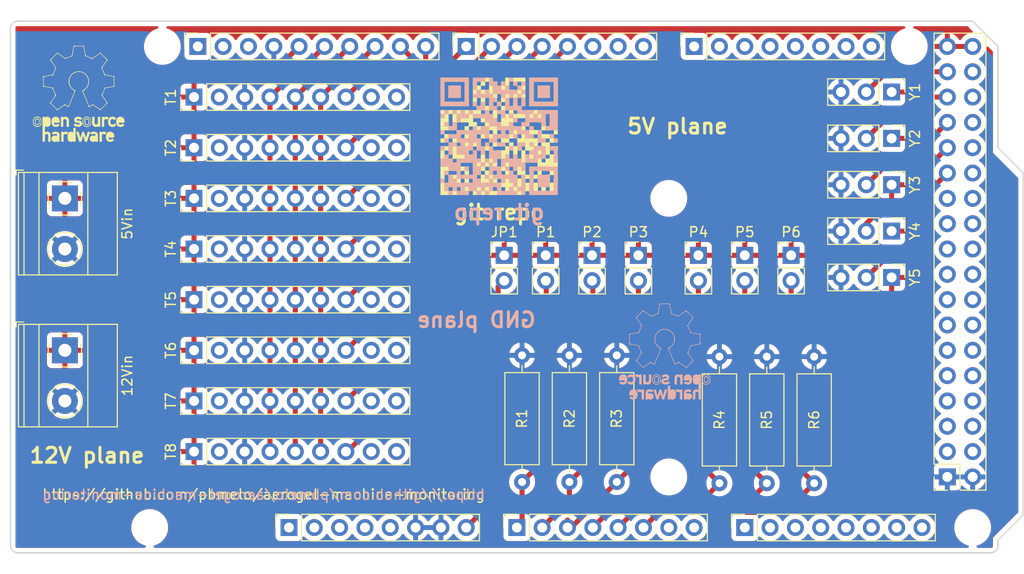
<source format=kicad_pcb>
(kicad_pcb (version 20221018) (generator pcbnew)
  (title_block (date "mar. 31 mars 2015"))
  (layers (0 "F.Cu" signal "Front") (31 "B.Cu" signal "Back") (34 "B.Paste" user) (35 "F.Paste" user) (36 "B.SilkS" user "B.Silkscreen") (37 "F.SilkS" user "F.Silkscreen") (38 "B.Mask" user) (39 "F.Mask" user) (44 "Edge.Cuts" user))
  (net 0 "")
  (net 1 "/*52")
  (net 2 "/53")
  (net 3 "/50")
  (net 4 "/51")
  (net 5 "/48")
  (net 6 "/49")
  (net 7 "/*46")
  (net 8 "/47")
  (net 9 "/*44")
  (net 10 "/*45")
  (net 11 "/42")
  (net 12 "/43")
  (net 13 "/40")
  (net 14 "/41")
  (net 15 "/38")
  (net 16 "/39")
  (net 17 "/36")
  (net 18 "/37")
  (net 19 "/34")
  (net 20 "/35")
  (net 21 "/32")
  (net 22 "/33")
  (net 23 "/31")
  (net 24 "/29")
  (net 25 "/27")
  (net 26 "/25")
  (net 27 "/22")
  (net 28 "/23")
  (net 29 "+5V")
  (net 30 "/IOREF")
  (net 31 "/A0")
  (net 32 "/A1")
  (net 33 "/A2")
  (net 34 "/A3")
  (net 35 "/A4")
  (net 36 "/A5")
  (net 37 "/A6")
  (net 38 "/A7")
  (net 39 "/A8")
  (net 40 "/A9")
  (net 41 "/A10")
  (net 42 "/A11")
  (net 43 "/A12")
  (net 44 "/A13")
  (net 45 "/A14")
  (net 46 "/A15")
  (net 47 "/AREF")
  (net 48 "/*13")
  (net 49 "/*12")
  (net 50 "/*11")
  (net 51 "/*10")
  (net 52 "/*9")
  (net 53 "/*8")
  (net 54 "/*7")
  (net 55 "/*6")
  (net 56 "/*5")
  (net 57 "/*4")
  (net 58 "/*3")
  (net 59 "/*2")
  (net 60 "/TX0{slash}1")
  (net 61 "/RX0{slash}0")
  (net 62 "+3V3")
  (net 63 "/TX3{slash}14")
  (net 64 "/RX3{slash}15")
  (net 65 "/TX2{slash}16")
  (net 66 "/RX2{slash}17")
  (net 67 "/TX1{slash}18")
  (net 68 "/RX1{slash}19")
  (net 69 "/SDA{slash}20")
  (net 70 "/SCL{slash}21")
  (net 71 "VCC")
  (net 72 "/~{RESET}")
  (net 98 "GND")
  (net 99 "+12V")
  (net 100 "Net-(J7-Pin_27)")
  (net 101 "Net-(J7-Pin_29)")
  (net 102 "Net-(J7-Pin_31)")
  (net 103 "Net-(J7-Pin_33)")
  (footprint "Connector_PinSocket_2.54mm:PinSocket_2x18_P2.54mm_Vertical" (layer "F.Cu") (at 193.98 92.38 180)
    (fp_text reference "J7" hide)
    (fp_text value "Digital")
    (pad "1" thru_hole rect locked (at 0 0 180) (size 1.7 1.7) (drill 1) (layers "*.Cu" "*.Mask") (net 98 "GND"))
    (pad "2" thru_hole oval locked (at -2.54 0 180) (size 1.7 1.7) (drill 1) (layers "*.Cu" "*.Mask") (net 98 "GND"))
    (pad "3" thru_hole oval locked (at 0 2.54 180) (size 1.7 1.7) (drill 1) (layers "*.Cu" "*.Mask") (net 1 "/*52"))
    (pad "4" thru_hole oval locked (at -2.54 2.54 180) (size 1.7 1.7) (drill 1) (layers "*.Cu" "*.Mask") (net 2 "/53"))
    (pad "5" thru_hole oval locked (at 0 5.08 180) (size 1.7 1.7) (drill 1) (layers "*.Cu" "*.Mask") (net 3 "/50"))
    (pad "6" thru_hole oval locked (at -2.54 5.08 180) (size 1.7 1.7) (drill 1) (layers "*.Cu" "*.Mask") (net 4 "/51"))
    (pad "7" thru_hole oval locked (at 0 7.62 180) (size 1.7 1.7) (drill 1) (layers "*.Cu" "*.Mask") (net 5 "/48"))
    (pad "8" thru_hole oval locked (at -2.54 7.62 180) (size 1.7 1.7) (drill 1) (layers "*.Cu" "*.Mask") (net 6 "/49"))
    (pad "9" thru_hole oval locked (at 0 10.16 180) (size 1.7 1.7) (drill 1) (layers "*.Cu" "*.Mask") (net 7 "/*46"))
    (pad "10" thru_hole oval locked (at -2.54 10.16 180) (size 1.7 1.7) (drill 1) (layers "*.Cu" "*.Mask") (net 8 "/47"))
    (pad "11" thru_hole oval locked (at 0 12.7 180) (size 1.7 1.7) (drill 1) (layers "*.Cu" "*.Mask") (net 9 "/*44"))
    (pad "12" thru_hole oval locked (at -2.54 12.7 180) (size 1.7 1.7) (drill 1) (layers "*.Cu" "*.Mask") (net 10 "/*45"))
    (pad "13" thru_hole oval locked (at 0 15.24 180) (size 1.7 1.7) (drill 1) (layers "*.Cu" "*.Mask") (net 11 "/42"))
    (pad "14" thru_hole oval locked (at -2.54 15.24 180) (size 1.7 1.7) (drill 1) (layers "*.Cu" "*.Mask") (net 12 "/43"))
    (pad "15" thru_hole oval locked (at 0 17.78 180) (size 1.7 1.7) (drill 1) (layers "*.Cu" "*.Mask") (net 13 "/40"))
    (pad "16" thru_hole oval locked (at -2.54 17.78 180) (size 1.7 1.7) (drill 1) (layers "*.Cu" "*.Mask") (net 14 "/41"))
    (pad "17" thru_hole oval locked (at 0 20.32 180) (size 1.7 1.7) (drill 1) (layers "*.Cu" "*.Mask") (net 15 "/38"))
    (pad "18" thru_hole oval locked (at -2.54 20.32 180) (size 1.7 1.7) (drill 1) (layers "*.Cu" "*.Mask") (net 16 "/39"))
    (pad "19" thru_hole oval locked (at 0 22.86 180) (size 1.7 1.7) (drill 1) (layers "*.Cu" "*.Mask") (net 17 "/36"))
    (pad "20" thru_hole oval locked (at -2.54 22.86 180) (size 1.7 1.7) (drill 1) (layers "*.Cu" "*.Mask") (net 18 "/37"))
    (pad "21" thru_hole oval locked (at 0 25.4 180) (size 1.7 1.7) (drill 1) (layers "*.Cu" "*.Mask") (net 19 "/34"))
    (pad "22" thru_hole oval locked (at -2.54 25.4 180) (size 1.7 1.7) (drill 1) (layers "*.Cu" "*.Mask") (net 20 "/35"))
    (pad "23" thru_hole oval locked (at 0 27.94 180) (size 1.7 1.7) (drill 1) (layers "*.Cu" "*.Mask") (net 21 "/32"))
    (pad "24" thru_hole oval locked (at -2.54 27.94 180) (size 1.7 1.7) (drill 1) (layers "*.Cu" "*.Mask") (net 22 "/33"))
    (pad "25" thru_hole oval locked (at 0 30.48 180) (size 1.7 1.7) (drill 1) (layers "*.Cu" "*.Mask") (net 27 "/22"))
    (pad "26" thru_hole oval locked (at -2.54 30.48 180) (size 1.7 1.7) (drill 1) (layers "*.Cu" "*.Mask") (net 23 "/31"))
    (pad "27" thru_hole oval locked (at 0 33.02 180) (size 1.7 1.7) (drill 1) (layers "*.Cu" "*.Mask") (net 100 "Net-(J7-Pin_27)"))
    (pad "28" thru_hole oval locked (at -2.54 33.02 180) (size 1.7 1.7) (drill 1) (layers "*.Cu" "*.Mask") (net 24 "/29"))
    (pad "29" thru_hole oval locked (at 0 35.56 180) (size 1.7 1.7) (drill 1) (layers "*.Cu" "*.Mask") (net 101 "Net-(J7-Pin_29)"))
    (pad "30" thru_hole oval locked (at -2.54 35.56 180) (size 1.7 1.7) (drill 1) (layers "*.Cu" "*.Mask") (net 25 "/27"))
    (pad "31" thru_hole oval locked (at 0 38.1 180) (size 1.7 1.7) (drill 1) (layers "*.Cu" "*.Mask") (net 102 "Net-(J7-Pin_31)"))
    (pad "32" thru_hole oval locked (at -2.54 38.1 180) (size 1.7 1.7) (drill 1) (layers "*.Cu" "*.Mask") (net 26 "/25"))
    (pad "33" thru_hole oval locked (at 0 40.64 180) (size 1.7 1.7) (drill 1) (layers "*.Cu" "*.Mask") (net 103 "Net-(J7-Pin_33)"))
    (pad "34" thru_hole oval locked (at -2.54 40.64 180) (size 1.7 1.7) (drill 1) (layers "*.Cu" "*.Mask") (net 28 "/23"))
    (pad "35" thru_hole oval locked (at 0 43.18 180) (size 1.7 1.7) (drill 1) (layers "*.Cu" "*.Mask") (net 29 "+5V"))
    (pad "36" thru_hole oval locked (at -2.54 43.18 180) (size 1.7 1.7) (drill 1) (layers "*.Cu" "*.Mask") (net 29 "+5V"))
  )
  (footprint "Connector_PinSocket_2.54mm:PinSocket_1x08_P2.54mm_Vertical" (layer "F.Cu") (at 127.94 97.46 90)
    (fp_text reference "J1" hide)
    (fp_text value "Power")
    (pad "1" thru_hole rect locked (at 0 0 90) (size 1.7 1.7) (drill 1) (layers "*.Cu" "*.Mask"))
    (pad "2" thru_hole oval locked (at 0 2.54 90) (size 1.7 1.7) (drill 1) (layers "*.Cu" "*.Mask") (net 30 "/IOREF"))
    (pad "3" thru_hole oval locked (at 0 5.08 90) (size 1.7 1.7) (drill 1) (layers "*.Cu" "*.Mask") (net 72 "/~{RESET}"))
    (pad "4" thru_hole oval locked (at 0 7.62 90) (size 1.7 1.7) (drill 1) (layers "*.Cu" "*.Mask") (net 62 "+3V3"))
    (pad "5" thru_hole oval locked (at 0 10.16 90) (size 1.7 1.7) (drill 1) (layers "*.Cu" "*.Mask") (net 29 "+5V"))
    (pad "6" thru_hole oval locked (at 0 12.7 90) (size 1.7 1.7) (drill 1) (layers "*.Cu" "*.Mask") (net 98 "GND"))
    (pad "7" thru_hole oval locked (at 0 15.24 90) (size 1.7 1.7) (drill 1) (layers "*.Cu" "*.Mask") (net 98 "GND"))
    (pad "8" thru_hole oval locked (at 0 17.78 90) (size 1.7 1.7) (drill 1) (layers "*.Cu" "*.Mask") (net 71 "VCC"))
  )
  (footprint "Connector_PinSocket_2.54mm:PinSocket_1x08_P2.54mm_Vertical" (layer "F.Cu") (at 150.8 97.46 90)
    (fp_text reference "J3" hide)
    (fp_text value "Analog")
    (pad "1" thru_hole rect locked (at 0 0 90) (size 1.7 1.7) (drill 1) (layers "*.Cu" "*.Mask") (net 31 "/A0"))
    (pad "2" thru_hole oval locked (at 0 2.54 90) (size 1.7 1.7) (drill 1) (layers "*.Cu" "*.Mask") (net 32 "/A1"))
    (pad "3" thru_hole oval locked (at 0 5.08 90) (size 1.7 1.7) (drill 1) (layers "*.Cu" "*.Mask") (net 33 "/A2"))
    (pad "4" thru_hole oval locked (at 0 7.62 90) (size 1.7 1.7) (drill 1) (layers "*.Cu" "*.Mask") (net 34 "/A3"))
    (pad "5" thru_hole oval locked (at 0 10.16 90) (size 1.7 1.7) (drill 1) (layers "*.Cu" "*.Mask") (net 35 "/A4"))
    (pad "6" thru_hole oval locked (at 0 12.7 90) (size 1.7 1.7) (drill 1) (layers "*.Cu" "*.Mask") (net 36 "/A5"))
    (pad "7" thru_hole oval locked (at 0 15.24 90) (size 1.7 1.7) (drill 1) (layers "*.Cu" "*.Mask") (net 37 "/A6"))
    (pad "8" thru_hole oval locked (at 0 17.78 90) (size 1.7 1.7) (drill 1) (layers "*.Cu" "*.Mask") (net 38 "/A7"))
  )
  (footprint "Connector_PinSocket_2.54mm:PinSocket_1x08_P2.54mm_Vertical" (layer "F.Cu") (at 173.66 97.46 90)
    (fp_text reference "J5" hide)
    (fp_text value "Analog")
    (pad "1" thru_hole rect locked (at 0 0 90) (size 1.7 1.7) (drill 1) (layers "*.Cu" "*.Mask") (net 39 "/A8"))
    (pad "2" thru_hole oval locked (at 0 2.54 90) (size 1.7 1.7) (drill 1) (layers "*.Cu" "*.Mask") (net 40 "/A9"))
    (pad "3" thru_hole oval locked (at 0 5.08 90) (size 1.7 1.7) (drill 1) (layers "*.Cu" "*.Mask") (net 41 "/A10"))
    (pad "4" thru_hole oval locked (at 0 7.62 90) (size 1.7 1.7) (drill 1) (layers "*.Cu" "*.Mask") (net 42 "/A11"))
    (pad "5" thru_hole oval locked (at 0 10.16 90) (size 1.7 1.7) (drill 1) (layers "*.Cu" "*.Mask") (net 43 "/A12"))
    (pad "6" thru_hole oval locked (at 0 12.7 90) (size 1.7 1.7) (drill 1) (layers "*.Cu" "*.Mask") (net 44 "/A13"))
    (pad "7" thru_hole oval locked (at 0 15.24 90) (size 1.7 1.7) (drill 1) (layers "*.Cu" "*.Mask") (net 45 "/A14"))
    (pad "8" thru_hole oval locked (at 0 17.78 90) (size 1.7 1.7) (drill 1) (layers "*.Cu" "*.Mask") (net 46 "/A15"))
  )
  (footprint "Connector_PinSocket_2.54mm:PinSocket_1x10_P2.54mm_Vertical" (layer "F.Cu") (at 118.796 49.2 90)
    (fp_text reference "J2" hide)
    (fp_text value "PWM")
    (pad "1" thru_hole rect locked (at 0 0 90) (size 1.7 1.7) (drill 1) (layers "*.Cu" "*.Mask") (net 70 "/SCL{slash}21"))
    (pad "2" thru_hole oval locked (at 0 2.54 90) (size 1.7 1.7) (drill 1) (layers "*.Cu" "*.Mask") (net 69 "/SDA{slash}20"))
    (pad "3" thru_hole oval locked (at 0 5.08 90) (size 1.7 1.7) (drill 1) (layers "*.Cu" "*.Mask") (net 47 "/AREF"))
    (pad "4" thru_hole oval locked (at 0 7.62 90) (size 1.7 1.7) (drill 1) (layers "*.Cu" "*.Mask") (net 98 "GND"))
    (pad "5" thru_hole oval locked (at 0 10.16 90) (size 1.7 1.7) (drill 1) (layers "*.Cu" "*.Mask") (net 48 "/*13"))
    (pad "6" thru_hole oval locked (at 0 12.7 90) (size 1.7 1.7) (drill 1) (layers "*.Cu" "*.Mask") (net 49 "/*12"))
    (pad "7" thru_hole oval locked (at 0 15.24 90) (size 1.7 1.7) (drill 1) (layers "*.Cu" "*.Mask") (net 50 "/*11"))
    (pad "8" thru_hole oval locked (at 0 17.78 90) (size 1.7 1.7) (drill 1) (layers "*.Cu" "*.Mask") (net 51 "/*10"))
    (pad "9" thru_hole oval locked (at 0 20.32 90) (size 1.7 1.7) (drill 1) (layers "*.Cu" "*.Mask") (net 52 "/*9"))
    (pad "10" thru_hole oval locked (at 0 22.86 90) (size 1.7 1.7) (drill 1) (layers "*.Cu" "*.Mask") (net 53 "/*8"))
  )
  (footprint "Connector_PinSocket_2.54mm:PinSocket_1x08_P2.54mm_Vertical" (layer "F.Cu") (at 145.72 49.2 90)
    (fp_text reference "J4" hide)
    (fp_text value "PWM")
    (pad "1" thru_hole rect locked (at 0 0 90) (size 1.7 1.7) (drill 1) (layers "*.Cu" "*.Mask") (net 54 "/*7"))
    (pad "2" thru_hole oval locked (at 0 2.54 90) (size 1.7 1.7) (drill 1) (layers "*.Cu" "*.Mask") (net 55 "/*6"))
    (pad "3" thru_hole oval locked (at 0 5.08 90) (size 1.7 1.7) (drill 1) (layers "*.Cu" "*.Mask") (net 56 "/*5"))
    (pad "4" thru_hole oval locked (at 0 7.62 90) (size 1.7 1.7) (drill 1) (layers "*.Cu" "*.Mask") (net 57 "/*4"))
    (pad "5" thru_hole oval locked (at 0 10.16 90) (size 1.7 1.7) (drill 1) (layers "*.Cu" "*.Mask") (net 58 "/*3"))
    (pad "6" thru_hole oval locked (at 0 12.7 90) (size 1.7 1.7) (drill 1) (layers "*.Cu" "*.Mask") (net 59 "/*2"))
    (pad "7" thru_hole oval locked (at 0 15.24 90) (size 1.7 1.7) (drill 1) (layers "*.Cu" "*.Mask") (net 60 "/TX0{slash}1"))
    (pad "8" thru_hole oval locked (at 0 17.78 90) (size 1.7 1.7) (drill 1) (layers "*.Cu" "*.Mask") (net 61 "/RX0{slash}0"))
  )
  (footprint "Connector_PinSocket_2.54mm:PinSocket_1x08_P2.54mm_Vertical" (layer "F.Cu") (at 168.58 49.2 90)
    (fp_text reference "J6" hide)
    (fp_text value "Communication")
    (pad "1" thru_hole rect locked (at 0 0 90) (size 1.7 1.7) (drill 1) (layers "*.Cu" "*.Mask") (net 63 "/TX3{slash}14"))
    (pad "2" thru_hole oval locked (at 0 2.54 90) (size 1.7 1.7) (drill 1) (layers "*.Cu" "*.Mask") (net 64 "/RX3{slash}15"))
    (pad "3" thru_hole oval locked (at 0 5.08 90) (size 1.7 1.7) (drill 1) (layers "*.Cu" "*.Mask") (net 65 "/TX2{slash}16"))
    (pad "4" thru_hole oval locked (at 0 7.62 90) (size 1.7 1.7) (drill 1) (layers "*.Cu" "*.Mask") (net 66 "/RX2{slash}17"))
    (pad "5" thru_hole oval locked (at 0 10.16 90) (size 1.7 1.7) (drill 1) (layers "*.Cu" "*.Mask") (net 67 "/TX1{slash}18"))
    (pad "6" thru_hole oval locked (at 0 12.7 90) (size 1.7 1.7) (drill 1) (layers "*.Cu" "*.Mask") (net 68 "/RX1{slash}19"))
    (pad "7" thru_hole oval locked (at 0 15.24 90) (size 1.7 1.7) (drill 1) (layers "*.Cu" "*.Mask") (net 69 "/SDA{slash}20"))
    (pad "8" thru_hole oval locked (at 0 17.78 90) (size 1.7 1.7) (drill 1) (layers "*.Cu" "*.Mask") (net 70 "/SCL{slash}21"))
  )
  (footprint "Connector_PinHeader_2.54mm:PinHeader_1x09_P2.54mm_Vertical" (layer "F.Cu") (at 118.415 59.36 90)
    (fp_text reference "T2" (at 0 -2.33 90) (layer "F.SilkS"))
    (fp_text value "Conn_01x09")
    (pad "1" thru_hole rect (at 0 0 90) (size 1.7 1.7) (drill 1) (layers "*.Cu" "*.Mask") (net 29 "+5V"))
    (pad "2" thru_hole oval (at 0 2.54 90) (size 1.7 1.7) (drill 1) (layers "*.Cu" "*.Mask"))
    (pad "3" thru_hole oval (at 0 5.08 90) (size 1.7 1.7) (drill 1) (layers "*.Cu" "*.Mask") (net 98 "GND"))
    (pad "4" thru_hole oval (at 0 7.62 90) (size 1.7 1.7) (drill 1) (layers "*.Cu" "*.Mask") (net 48 "/*13"))
    (pad "5" thru_hole oval (at 0 10.16 90) (size 1.7 1.7) (drill 1) (layers "*.Cu" "*.Mask") (net 49 "/*12"))
    (pad "6" thru_hole oval (at 0 12.7 90) (size 1.7 1.7) (drill 1) (layers "*.Cu" "*.Mask") (net 50 "/*11"))
    (pad "7" thru_hole oval (at 0 15.24 90) (size 1.7 1.7) (drill 1) (layers "*.Cu" "*.Mask") (net 52 "/*9"))
    (pad "8" thru_hole oval (at 0 17.78 90) (size 1.7 1.7) (drill 1) (layers "*.Cu" "*.Mask"))
    (pad "9" thru_hole oval (at 0 20.32 90) (size 1.7 1.7) (drill 1) (layers "*.Cu" "*.Mask"))
  )
  (footprint "footprints:OSHW_logo2" (layer "F.Cu") (at 106.952086 62.215452)
    (fp_text reference "REF**" hide)
    (fp_text value "OSHW_logo2")
  )
  (footprint "Resistor_THT:R_Axial_DIN0309_L9.0mm_D3.2mm_P12.70mm_Horizontal" (layer "F.Cu") (at 156.0705 92.888 90)
    (fp_text reference "R2" (at 6.35 0.0127 90) (layer "F.SilkS"))
    (fp_text value "R_Small")
    (pad "1" thru_hole circle (at 0 0 90) (size 1.6 1.6) (drill 0.8) (layers "*.Cu" "*.Mask") (net 32 "/A1"))
    (pad "2" thru_hole oval (at 12.7 0 90) (size 1.6 1.6) (drill 0.8) (layers "*.Cu" "*.Mask") (net 98 "GND"))
  )
  (footprint "Connector_PinHeader_2.54mm:PinHeader_1x09_P2.54mm_Vertical" (layer "F.Cu") (at 118.415 54.28 90)
    (fp_text reference "T1" (at 0 -2.33 90) (layer "F.SilkS"))
    (fp_text value "Conn_01x09")
    (pad "1" thru_hole rect (at 0 0 90) (size 1.7 1.7) (drill 1) (layers "*.Cu" "*.Mask") (net 29 "+5V"))
    (pad "2" thru_hole oval (at 0 2.54 90) (size 1.7 1.7) (drill 1) (layers "*.Cu" "*.Mask"))
    (pad "3" thru_hole oval (at 0 5.08 90) (size 1.7 1.7) (drill 1) (layers "*.Cu" "*.Mask") (net 98 "GND"))
    (pad "4" thru_hole oval (at 0 7.62 90) (size 1.7 1.7) (drill 1) (layers "*.Cu" "*.Mask") (net 48 "/*13"))
    (pad "5" thru_hole oval (at 0 10.16 90) (size 1.7 1.7) (drill 1) (layers "*.Cu" "*.Mask") (net 49 "/*12"))
    (pad "6" thru_hole oval (at 0 12.7 90) (size 1.7 1.7) (drill 1) (layers "*.Cu" "*.Mask") (net 50 "/*11"))
    (pad "7" thru_hole oval (at 0 15.24 90) (size 1.7 1.7) (drill 1) (layers "*.Cu" "*.Mask") (net 51 "/*10"))
    (pad "8" thru_hole oval (at 0 17.78 90) (size 1.7 1.7) (drill 1) (layers "*.Cu" "*.Mask"))
    (pad "9" thru_hole oval (at 0 20.32 90) (size 1.7 1.7) (drill 1) (layers "*.Cu" "*.Mask"))
  )
  (footprint "Connector_PinHeader_2.54mm:PinHeader_1x09_P2.54mm_Vertical" (layer "F.Cu") (at 118.415 89.84 90)
    (fp_text reference "T8" (at 0 -2.33 90) (layer "F.SilkS"))
    (fp_text value "Conn_01x09")
    (pad "1" thru_hole rect (at 0 0 90) (size 1.7 1.7) (drill 1) (layers "*.Cu" "*.Mask") (net 29 "+5V"))
    (pad "2" thru_hole oval (at 0 2.54 90) (size 1.7 1.7) (drill 1) (layers "*.Cu" "*.Mask"))
    (pad "3" thru_hole oval (at 0 5.08 90) (size 1.7 1.7) (drill 1) (layers "*.Cu" "*.Mask") (net 98 "GND"))
    (pad "4" thru_hole oval (at 0 7.62 90) (size 1.7 1.7) (drill 1) (layers "*.Cu" "*.Mask") (net 48 "/*13"))
    (pad "5" thru_hole oval (at 0 10.16 90) (size 1.7 1.7) (drill 1) (layers "*.Cu" "*.Mask") (net 49 "/*12"))
    (pad "6" thru_hole oval (at 0 12.7 90) (size 1.7 1.7) (drill 1) (layers "*.Cu" "*.Mask") (net 50 "/*11"))
    (pad "7" thru_hole oval (at 0 15.24 90) (size 1.7 1.7) (drill 1) (layers "*.Cu" "*.Mask") (net 58 "/*3"))
    (pad "8" thru_hole oval (at 0 17.78 90) (size 1.7 1.7) (drill 1) (layers "*.Cu" "*.Mask"))
    (pad "9" thru_hole oval (at 0 20.32 90) (size 1.7 1.7) (drill 1) (layers "*.Cu" "*.Mask"))
  )
  (footprint "Arduino_MountingHole:MountingHole_3.2mm" (layer "F.Cu") (at 196.52 97.46)
    (fp_text reference "MH6" hide)
    (fp_text value "MountingHole_3.2mm" hide)
    (pad "" np_thru_hole circle locked (at 0 0) (size 3.2 3.2) (drill 3.2) (layers "*.Cu" "*.Mask"))
  )
  (footprint "Resistor_THT:R_Axial_DIN0309_L9.0mm_D3.2mm_P12.70mm_Horizontal" (layer "F.Cu") (at 175.87 93.015 90)
    (fp_text reference "R5" (at 6.35 -0.0002 90) (layer "F.SilkS"))
    (fp_text value "R_Small")
    (pad "1" thru_hole circle (at 0 0 90) (size 1.6 1.6) (drill 0.8) (layers "*.Cu" "*.Mask") (net 35 "/A4"))
    (pad "2" thru_hole oval (at 12.7 0 90) (size 1.6 1.6) (drill 0.8) (layers "*.Cu" "*.Mask") (net 98 "GND"))
  )
  (footprint "Connector_PinHeader_2.54mm:PinHeader_1x09_P2.54mm_Vertical" (layer "F.Cu") (at 118.415 64.44 90)
    (fp_text reference "T3" (at 0 -2.33 90) (layer "F.SilkS"))
    (fp_text value "Conn_01x09")
    (pad "1" thru_hole rect (at 0 0 90) (size 1.7 1.7) (drill 1) (layers "*.Cu" "*.Mask") (net 29 "+5V"))
    (pad "2" thru_hole oval (at 0 2.54 90) (size 1.7 1.7) (drill 1) (layers "*.Cu" "*.Mask"))
    (pad "3" thru_hole oval (at 0 5.08 90) (size 1.7 1.7) (drill 1) (layers "*.Cu" "*.Mask") (net 98 "GND"))
    (pad "4" thru_hole oval (at 0 7.62 90) (size 1.7 1.7) (drill 1) (layers "*.Cu" "*.Mask") (net 48 "/*13"))
    (pad "5" thru_hole oval (at 0 10.16 90) (size 1.7 1.7) (drill 1) (layers "*.Cu" "*.Mask") (net 49 "/*12"))
    (pad "6" thru_hole oval (at 0 12.7 90) (size 1.7 1.7) (drill 1) (layers "*.Cu" "*.Mask") (net 50 "/*11"))
    (pad "7" thru_hole oval (at 0 15.24 90) (size 1.7 1.7) (drill 1) (layers "*.Cu" "*.Mask") (net 53 "/*8"))
    (pad "8" thru_hole oval (at 0 17.78 90) (size 1.7 1.7) (drill 1) (layers "*.Cu" "*.Mask"))
    (pad "9" thru_hole oval (at 0 20.32 90) (size 1.7 1.7) (drill 1) (layers "*.Cu" "*.Mask"))
  )
  (footprint "Connector_PinHeader_2.54mm:PinHeader_1x02_P2.54mm_Vertical" (layer "F.Cu") (at 173.66 70.155)
    (fp_text reference "P5" (at 0 -2.33) (layer "F.SilkS"))
    (fp_text value "Conn_01x02")
    (pad "1" thru_hole rect (at 0 0) (size 1.7 1.7) (drill 1) (layers "*.Cu" "*.Mask") (net 99 "+12V"))
    (pad "2" thru_hole oval (at 0 2.54) (size 1.7 1.7) (drill 1) (layers "*.Cu" "*.Mask") (net 35 "/A4"))
  )
  (footprint "Resistor_THT:R_Axial_DIN0309_L9.0mm_D3.2mm_P12.70mm_Horizontal" (layer "F.Cu") (at 160.8205 92.888 90)
    (fp_text reference "R3" (at 6.35 -0.0129 90) (layer "F.SilkS"))
    (fp_text value "R_Small")
    (pad "1" thru_hole circle (at 0 0 90) (size 1.6 1.6) (drill 0.8) (layers "*.Cu" "*.Mask") (net 33 "/A2"))
    (pad "2" thru_hole oval (at 12.7 0 90) (size 1.6 1.6) (drill 0.8) (layers "*.Cu" "*.Mask") (net 98 "GND"))
  )
  (footprint "Connector_PinHeader_2.54mm:PinHeader_1x02_P2.54mm_Vertical" (layer "F.Cu") (at 149.53 70.155)
    (fp_text reference "JP1" (at 0 -2.33) (layer "F.SilkS"))
    (fp_text value "Jumper_2_Open")
    (pad "1" thru_hole rect (at 0 0) (size 1.7 1.7) (drill 1) (layers "*.Cu" "*.Mask") (net 99 "+12V"))
    (pad "2" thru_hole oval (at 0 2.54) (size 1.7 1.7) (drill 1) (layers "*.Cu" "*.Mask") (net 71 "VCC"))
  )
  (footprint "Resistor_THT:R_Axial_DIN0309_L9.0mm_D3.2mm_P12.70mm_Horizontal" (layer "F.Cu") (at 171.12 93.015 90)
    (fp_text reference "R4" (at 6.35 0 90) (layer "F.SilkS"))
    (fp_text value "R_Small")
    (pad "1" thru_hole circle (at 0 0 90) (size 1.6 1.6) (drill 0.8) (layers "*.Cu" "*.Mask") (net 34 "/A3"))
    (pad "2" thru_hole oval (at 12.7 0 90) (size 1.6 1.6) (drill 0.8) (layers "*.Cu" "*.Mask") (net 98 "GND"))
  )
  (footprint "Connector_PinHeader_2.54mm:PinHeader_1x09_P2.54mm_Vertical" (layer "F.Cu") (at 118.415 84.76 90)
    (fp_text reference "T7" (at 0 -2.33 90) (layer "F.SilkS"))
    (fp_text value "Conn_01x09")
    (pad "1" thru_hole rect (at 0 0 90) (size 1.7 1.7) (drill 1) (layers "*.Cu" "*.Mask") (net 29 "+5V"))
    (pad "2" thru_hole oval (at 0 2.54 90) (size 1.7 1.7) (drill 1) (layers "*.Cu" "*.Mask"))
    (pad "3" thru_hole oval (at 0 5.08 90) (size 1.7 1.7) (drill 1) (layers "*.Cu" "*.Mask") (net 98 "GND"))
    (pad "4" thru_hole oval (at 0 7.62 90) (size 1.7 1.7) (drill 1) (layers "*.Cu" "*.Mask") (net 48 "/*13"))
    (pad "5" thru_hole oval (at 0 10.16 90) (size 1.7 1.7) (drill 1) (layers "*.Cu" "*.Mask") (net 49 "/*12"))
    (pad "6" thru_hole oval (at 0 12.7 90) (size 1.7 1.7) (drill 1) (layers "*.Cu" "*.Mask") (net 50 "/*11"))
    (pad "7" thru_hole oval (at 0 15.24 90) (size 1.7 1.7) (drill 1) (layers "*.Cu" "*.Mask") (net 57 "/*4"))
    (pad "8" thru_hole oval (at 0 17.78 90) (size 1.7 1.7) (drill 1) (layers "*.Cu" "*.Mask"))
    (pad "9" thru_hole oval (at 0 20.32 90) (size 1.7 1.7) (drill 1) (layers "*.Cu" "*.Mask"))
  )
  (footprint "Connector_PinHeader_2.54mm:PinHeader_1x03_P2.54mm_Vertical" (layer "F.Cu") (at 188.392 58.422 -90)
    (fp_text reference "Y2" (at 0 -2.33 90) (layer "F.SilkS"))
    (fp_text value "Conn_01x03")
    (pad "1" thru_hole rect (at 0 0 270) (size 1.7 1.7) (drill 1) (layers "*.Cu" "*.Mask") (net 29 "+5V"))
    (pad "2" thru_hole oval (at 0 2.54 270) (size 1.7 1.7) (drill 1) (layers "*.Cu" "*.Mask") (net 102 "Net-(J7-Pin_31)"))
    (pad "3" thru_hole oval (at 0 5.08 270) (size 1.7 1.7) (drill 1) (layers "*.Cu" "*.Mask") (net 98 "GND"))
  )
  (footprint "Connector_PinHeader_2.54mm:PinHeader_1x03_P2.54mm_Vertical" (layer "F.Cu") (at 188.392 72.372 -90)
    (fp_text reference "Y5" (at 0 -2.33 90) (layer "F.SilkS"))
    (fp_text value "Conn_01x03")
    (pad "1" thru_hole rect (at 0 0 270) (size 1.7 1.7) (drill 1) (layers "*.Cu" "*.Mask") (net 29 "+5V"))
    (pad "2" thru_hole oval (at 0 2.54 270) (size 1.7 1.7) (drill 1) (layers "*.Cu" "*.Mask") (net 27 "/22"))
    (pad "3" thru_hole oval (at 0 5.08 270) (size 1.7 1.7) (drill 1) (layers "*.Cu" "*.Mask") (net 98 "GND"))
  )
  (footprint "Arduino_MountingHole:MountingHole_3.2mm" (layer "F.Cu") (at 115.24 49.2)
    (fp_text reference "MH1" hide)
    (fp_text value "MountingHole_3.2mm" hide)
    (pad "" np_thru_hole circle locked (at 0 0) (size 3.2 3.2) (drill 3.2) (layers "*.Cu" "*.Mask"))
  )
  (footprint "Connector_PinHeader_2.54mm:PinHeader_1x02_P2.54mm_Vertical" (layer "F.Cu") (at 153.692 70.155)
    (fp_text reference "P1" (at 0 -2.33) (layer "F.SilkS"))
    (fp_text value "Conn_01x02")
    (pad "1" thru_hole rect (at 0 0) (size 1.7 1.7) (drill 1) (layers "*.Cu" "*.Mask") (net 99 "+12V"))
    (pad "2" thru_hole oval (at 0 2.54) (size 1.7 1.7) (drill 1) (layers "*.Cu" "*.Mask") (net 31 "/A0"))
  )
  (footprint "Connector_PinHeader_2.54mm:PinHeader_1x03_P2.54mm_Vertical" (layer "F.Cu") (at 188.392 53.772 -90)
    (fp_text reference "Y1" (at 0 -2.33 90) (layer "F.SilkS"))
    (fp_text value "Conn_01x03")
    (pad "1" thru_hole rect (at 0 0 270) (size 1.7 1.7) (drill 1) (layers "*.Cu" "*.Mask") (net 29 "+5V"))
    (pad "2" thru_hole oval (at 0 2.54 270) (size 1.7 1.7) (drill 1) (layers "*.Cu" "*.Mask") (net 103 "Net-(J7-Pin_33)"))
    (pad "3" thru_hole oval (at 0 5.08 270) (size 1.7 1.7) (drill 1) (layers "*.Cu" "*.Mask") (net 98 "GND"))
  )
  (footprint "Connector_PinHeader_2.54mm:PinHeader_1x03_P2.54mm_Vertical" (layer "F.Cu") (at 188.392 63.072 -90)
    (fp_text reference "Y3" (at 0 -2.33 90) (layer "F.SilkS"))
    (fp_text value "Conn_01x03")
    (pad "1" thru_hole rect (at 0 0 270) (size 1.7 1.7) (drill 1) (layers "*.Cu" "*.Mask") (net 29 "+5V"))
    (pad "2" thru_hole oval (at 0 2.54 270) (size 1.7 1.7) (drill 1) (layers "*.Cu" "*.Mask") (net 101 "Net-(J7-Pin_29)"))
    (pad "3" thru_hole oval (at 0 5.08 270) (size 1.7 1.7) (drill 1) (layers "*.Cu" "*.Mask") (net 98 "GND"))
  )
  (footprint "TerminalBlock_Phoenix:TerminalBlock_Phoenix_MKDS-1,5-2-5.08_1x02_P5.08mm_Horizontal" (layer "F.Cu") (at 105.461 79.68 -90)
    (fp_text reference "12Vin" (at 2.54 -6.26 90) (layer "F.SilkS"))
    (fp_text value "Screw_Terminal_01x02")
    (pad "1" thru_hole rect (at 0 0 270) (size 2.6 2.6) (drill 1.3) (layers "*.Cu" "*.Mask") (net 99 "+12V"))
    (pad "2" thru_hole circle (at 5.08 0 270) (size 2.6 2.6) (drill 1.3) (layers "*.Cu" "*.Mask") (net 98 "GND"))
  )
  (footprint "Connector_PinHeader_2.54mm:PinHeader_1x09_P2.54mm_Vertical" (layer "F.Cu") (at 118.415 79.68 90)
    (fp_text reference "T6" (at 0 -2.33 90) (layer "F.SilkS"))
    (fp_text value "Conn_01x09")
    (pad "1" thru_hole rect (at 0 0 90) (size 1.7 1.7) (drill 1) (layers "*.Cu" "*.Mask") (net 29 "+5V"))
    (pad "2" thru_hole oval (at 0 2.54 90) (size 1.7 1.7) (drill 1) (layers "*.Cu" "*.Mask"))
    (pad "3" thru_hole oval (at 0 5.08 90) (size 1.7 1.7) (drill 1) (layers "*.Cu" "*.Mask") (net 98 "GND"))
    (pad "4" thru_hole oval (at 0 7.62 90) (size 1.7 1.7) (drill 1) (layers "*.Cu" "*.Mask") (net 48 "/*13"))
    (pad "5" thru_hole oval (at 0 10.16 90) (size 1.7 1.7) (drill 1) (layers "*.Cu" "*.Mask") (net 49 "/*12"))
    (pad "6" thru_hole oval (at 0 12.7 90) (size 1.7 1.7) (drill 1) (layers "*.Cu" "*.Mask") (net 50 "/*11"))
    (pad "7" thru_hole oval (at 0 15.24 90) (size 1.7 1.7) (drill 1) (layers "*.Cu" "*.Mask") (net 56 "/*5"))
    (pad "8" thru_hole oval (at 0 17.78 90) (size 1.7 1.7) (drill 1) (layers "*.Cu" "*.Mask"))
    (pad "9" thru_hole oval (at 0 20.32 90) (size 1.7 1.7) (drill 1) (layers "*.Cu" "*.Mask"))
  )
  (footprint "Resistor_THT:R_Axial_DIN0309_L9.0mm_D3.2mm_P12.70mm_Horizontal" (layer "F.Cu") (at 180.62 93.015 90)
    (fp_text reference "R6" (at 6.35 -0.0004 90) (layer "F.SilkS"))
    (fp_text value "R_Small")
    (pad "1" thru_hole circle (at 0 0 90) (size 1.6 1.6) (drill 0.8) (layers "*.Cu" "*.Mask") (net 36 "/A5"))
    (pad "2" thru_hole oval (at 12.7 0 90) (size 1.6 1.6) (drill 0.8) (layers "*.Cu" "*.Mask") (net 98 "GND"))
  )
  (footprint "Connector_PinHeader_2.54mm:PinHeader_1x09_P2.54mm_Vertical" (layer "F.Cu") (at 118.415 69.52 90)
    (fp_text reference "T4" (at 0 -2.33 90) (layer "F.SilkS"))
    (fp_text value "Conn_01x09")
    (pad "1" thru_hole rect (at 0 0 90) (size 1.7 1.7) (drill 1) (layers "*.Cu" "*.Mask") (net 29 "+5V"))
    (pad "2" thru_hole oval (at 0 2.54 90) (size 1.7 1.7) (drill 1) (layers "*.Cu" "*.Mask"))
    (pad "3" thru_hole oval (at 0 5.08 90) (size 1.7 1.7) (drill 1) (layers "*.Cu" "*.Mask") (net 98 "GND"))
    (pad "4" thru_hole oval (at 0 7.62 90) (size 1.7 1.7) (drill 1) (layers "*.Cu" "*.Mask") (net 48 "/*13"))
    (pad "5" thru_hole oval (at 0 10.16 90) (size 1.7 1.7) (drill 1) (layers "*.Cu" "*.Mask") (net 49 "/*12"))
    (pad "6" thru_hole oval (at 0 12.7 90) (size 1.7 1.7) (drill 1) (layers "*.Cu" "*.Mask") (net 50 "/*11"))
    (pad "7" thru_hole oval (at 0 15.24 90) (size 1.7 1.7) (drill 1) (layers "*.Cu" "*.Mask") (net 54 "/*7"))
    (pad "8" thru_hole oval (at 0 17.78 90) (size 1.7 1.7) (drill 1) (layers "*.Cu" "*.Mask"))
    (pad "9" thru_hole oval (at 0 20.32 90) (size 1.7 1.7) (drill 1) (layers "*.Cu" "*.Mask"))
  )
  (footprint "Resistor_THT:R_Axial_DIN0309_L9.0mm_D3.2mm_P12.70mm_Horizontal" (layer "F.Cu") (at 151.3205 92.888 90)
    (fp_text reference "R1" (at 6.35 -0.0125 90) (layer "F.SilkS"))
    (fp_text value "R_Small")
    (pad "1" thru_hole circle (at 0 0 90) (size 1.6 1.6) (drill 0.8) (layers "*.Cu" "*.Mask") (net 31 "/A0"))
    (pad "2" thru_hole oval (at 12.7 0 90) (size 1.6 1.6) (drill 0.8) (layers "*.Cu" "*.Mask") (net 98 "GND"))
  )
  (footprint "Connector_PinHeader_2.54mm:PinHeader_1x02_P2.54mm_Vertical" (layer "F.Cu") (at 162.992 70.155)
    (fp_text reference "P3" (at 0 -2.33) (layer "F.SilkS"))
    (fp_text value "Conn_01x02")
    (pad "1" thru_hole rect (at 0 0) (size 1.7 1.7) (drill 1) (layers "*.Cu" "*.Mask") (net 99 "+12V"))
    (pad "2" thru_hole oval (at 0 2.54) (size 1.7 1.7) (drill 1) (layers "*.Cu" "*.Mask") (net 33 "/A2"))
  )
  (footprint "Library:qrcode-aerogel-github-kicad-footprint-small" (layer "F.Cu") (at 149.022 58.217)
    (fp_text reference "git repo" (at 0 7.62) (layer "F.SilkS") (effects (font (size 1.5 1.5) (thickness 0.3))))
    (fp_text value "LOGO" hide)
  )
  (footprint "Connector_PinHeader_2.54mm:PinHeader_1x02_P2.54mm_Vertical" (layer "F.Cu") (at 178.31 70.155)
    (fp_text reference "P6" (at 0 -2.33) (layer "F.SilkS"))
    (fp_text value "Conn_01x02")
    (pad "1" thru_hole rect (at 0 0) (size 1.7 1.7) (drill 1) (layers "*.Cu" "*.Mask") (net 99 "+12V"))
    (pad "2" thru_hole oval (at 0 2.54) (size 1.7 1.7) (drill 1) (layers "*.Cu" "*.Mask") (net 36 "/A5"))
  )
  (footprint "Connector_PinHeader_2.54mm:PinHeader_1x02_P2.54mm_Vertical" (layer "F.Cu") (at 169.01 70.155)
    (fp_text reference "P4" (at 0 -2.33) (layer "F.SilkS"))
    (fp_text value "Conn_01x02")
    (pad "1" thru_hole rect (at 0 0) (size 1.7 1.7) (drill 1) (layers "*.Cu" "*.Mask") (net 99 "+12V"))
    (pad "2" thru_hole oval (at 0 2.54) (size 1.7 1.7) (drill 1) (layers "*.Cu" "*.Mask") (net 34 "/A3"))
  )
  (footprint "Connector_PinHeader_2.54mm:PinHeader_1x02_P2.54mm_Vertical" (layer "F.Cu") (at 158.342 70.155)
    (fp_text reference "P2" (at 0 -2.33) (layer "F.SilkS"))
    (fp_text value "Conn_01x02")
    (pad "1" thru_hole rect (at 0 0) (size 1.7 1.7) (drill 1) (layers "*.Cu" "*.Mask") (net 99 "+12V"))
    (pad "2" thru_hole oval (at 0 2.54) (size 1.7 1.7) (drill 1) (layers "*.Cu" "*.Mask") (net 32 "/A1"))
  )
  (footprint "Arduino_MountingHole:MountingHole_3.2mm" (layer "F.Cu") (at 113.97 97.46)
    (fp_text reference "MH2" hide)
    (fp_text value "MountingHole_3.2mm" hide)
    (pad "" np_thru_hole circle locked (at 0 0) (size 3.2 3.2) (drill 3.2) (layers "*.Cu" "*.Mask"))
  )
  (footprint "Arduino_MountingHole:MountingHole_3.2mm" (layer "F.Cu") (at 166.04 64.44)
    (fp_text reference "MH3" hide)
    (fp_text value "MountingHole_3.2mm" hide)
    (pad "" np_thru_hole circle locked (at 0 0) (size 3.2 3.2) (drill 3.2) (layers "*.Cu" "*.Mask"))
  )
  (footprint "Arduino_MountingHole:MountingHole_3.2mm" (layer "F.Cu") (at 166.04 92.38)
    (fp_text reference "MH4" hide)
    (fp_text value "MountingHole_3.2mm" hide)
    (pad "" np_thru_hole circle locked (at 0 0) (size 3.2 3.2) (drill 3.2) (layers "*.Cu" "*.Mask"))
  )
  (footprint "Connector_PinHeader_2.54mm:PinHeader_1x03_P2.54mm_Vertical" (layer "F.Cu") (at 188.392 67.722 -90)
    (fp_text reference "Y4" (at 0 -2.33 90) (layer "F.SilkS"))
    (fp_text value "Conn_01x03")
    (pad "1" thru_hole rect (at 0 0 270) (size 1.7 1.7) (drill 1) (layers "*.Cu" "*.Mask") (net 29 "+5V"))
    (pad "2" thru_hole oval (at 0 2.54 270) (size 1.7 1.7) (drill 1) (layers "*.Cu" "*.Mask") (net 100 "Net-(J7-Pin_27)"))
    (pad "3" thru_hole oval (at 0 5.08 270) (size 1.7 1.7) (drill 1) (layers "*.Cu" "*.Mask") (net 98 "GND"))
  )
  (footprint "Connector_PinHeader_2.54mm:PinHeader_1x09_P2.54mm_Vertical" (layer "F.Cu") (at 118.415 74.6 90)
    (fp_text reference "T5" (at 0 -2.33 90) (layer "F.SilkS"))
    (fp_text value "Conn_01x09")
    (pad "1" thru_hole rect (at 0 0 90) (size 1.7 1.7) (drill 1) (layers "*.Cu" "*.Mask") (net 29 "+5V"))
    (pad "2" thru_hole oval (at 0 2.54 90) (size 1.7 1.7) (drill 1) (layers "*.Cu" "*.Mask"))
    (pad "3" thru_hole oval (at 0 5.08 90) (size 1.7 1.7) (drill 1) (layers "*.Cu" "*.Mask") (net 98 "GND"))
    (pad "4" thru_hole oval (at 0 7.62 90) (size 1.7 1.7) (drill 1) (layers "*.Cu" "*.Mask") (net 48 "/*13"))
    (pad "5" thru_hole oval (at 0 10.16 90) (size 1.7 1.7) (drill 1) (layers "*.Cu" "*.Mask") (net 49 "/*12"))
    (pad "6" thru_hole oval (at 0 12.7 90) (size 1.7 1.7) (drill 1) (layers "*.Cu" "*.Mask") (net 50 "/*11"))
    (pad "7" thru_hole oval (at 0 15.24 90) (size 1.7 1.7) (drill 1) (layers "*.Cu" "*.Mask") (net 55 "/*6"))
    (pad "8" thru_hole oval (at 0 17.78 90) (size 1.7 1.7) (drill 1) (layers "*.Cu" "*.Mask"))
    (pad "9" thru_hole oval (at 0 20.32 90) (size 1.7 1.7) (drill 1) (layers "*.Cu" "*.Mask"))
  )
  (footprint "TerminalBlock_Phoenix:TerminalBlock_Phoenix_MKDS-1,5-2-5.08_1x02_P5.08mm_Horizontal" (layer "F.Cu") (at 105.461 64.44 -90)
    (fp_text reference "5Vin" (at 2.54 -6.26 90) (layer "F.SilkS"))
    (fp_text value "Screw_Terminal_01x02")
    (pad "1" thru_hole rect (at 0 0 270) (size 2.6 2.6) (drill 1.3) (layers "*.Cu" "*.Mask") (net 29 "+5V"))
    (pad "2" thru_hole circle (at 5.08 0 270) (size 2.6 2.6) (drill 1.3) (layers "*.Cu" "*.Mask") (net 98 "GND"))
  )
  (footprint "Arduino_MountingHole:MountingHole_3.2mm" (layer "F.Cu") (at 190.17 49.2)
    (fp_text reference "MH5" hide)
    (fp_text value "MountingHole_3.2mm" hide)
    (pad "" np_thru_hole circle locked (at 0 0) (size 3.2 3.2) (drill 3.2) (layers "*.Cu" "*.Mask"))
  )
  (footprint "footprints:OSHW_logo2" (layer "B.Cu") (at 165.532 88.062 180)
    (fp_text reference "REF**" hide)
    (fp_text value "OSHW_logo2")
  )
  (footprint "Library:qrcode-aerogel-github-kicad-footprint-small" (layer "B.Cu") (at 149.022 58.217 180)
    (fp_text reference "git repo" (at 0 -7.62) (layer "B.SilkS") (effects (font (size 1.5 1.5) (thickness 0.3)) (justify mirror)))
    (fp_text value "LOGO" hide)
  )
  (gr_line (start 199.06 59.36) (end 201.6 61.9) (stroke (width 0.15)) (layer "Edge.Cuts"))
  (gr_line (start 100 99.238) (end 100 47.422) (stroke (width 0.15)) (layer "Edge.Cuts"))
  (gr_line (start 201.6 61.9) (end 201.6 96.19) (stroke (width 0.15)) (layer "Edge.Cuts"))
  (gr_line (start 198.298 100) (end 100.762 100) (stroke (width 0.15)) (layer "Edge.Cuts"))
  (gr_line (start 100.762 46.66) (end 196.52 46.66) (stroke (width 0.15)) (layer "Edge.Cuts"))
  (gr_arc (start 100.762 100) (mid 100.223185 99.776815) (end 100 99.238) (stroke (width 0.15)) (layer "Edge.Cuts"))
  (gr_line (start 201.6 96.19) (end 199.06 98.73) (stroke (width 0.15)) (layer "Edge.Cuts"))
  (gr_line (start 196.52 46.66) (end 199.06 49.2) (stroke (width 0.15)) (layer "Edge.Cuts"))
  (gr_arc (start 199.06 99.238) (mid 198.836815 99.776815) (end 198.298 100) (stroke (width 0.15)) (layer "Edge.Cuts"))
  (gr_line (start 199.06 49.2) (end 199.06 59.36) (stroke (width 0.15)) (layer "Edge.Cuts"))
  (gr_line (start 199.06 98.73) (end 199.06 99.238) (stroke (width 0.15)) (layer "Edge.Cuts"))
  (gr_arc (start 100 47.422) (mid 100.223185 46.883185) (end 100.762 46.66) (stroke (width 0.15)) (layer "Edge.Cuts"))
  (gr_text "https://github.com/pbmelo/aerogel-machine-monitoring" (at 125.4 94.158) (layer "B.SilkS") (effects (font (size 1 1)) (justify mirror)))
  (gr_text "GND plane" (at 146.736 76.632) (layer "B.SilkS") (effects (font (size 1.5 1.5) (thickness 0.3)) (justify mirror)))
  (gr_text "12V plane" (at 101.778 91.11) (layer "F.SilkS") (effects (font (size 1.5 1.5) (thickness 0.3) bold) (justify left bottom)))
  (gr_text "https://github.com/pbmelo/aerogel-machine-monitoring" (at 125.4 94.1326) (layer "F.SilkS") (effects (font (size 1 1))))
  (gr_text "5V plane" (at 161.722 58.09) (layer "F.SilkS") (effects (font (size 1.5 1.5) (thickness 0.3) bold) (justify left bottom)))
  (segment (start 185.852 72.372) (end 188.196 70.028) (width 0.508) (layer "F.Cu") (net 27))
  (segment (start 190.17 70.028) (end 191.948 68.25) (width 0.508) (layer "F.Cu") (net 27))
  (segment (start 191.948 68.25) (end 191.948 63.932) (width 0.508) (layer "F.Cu") (net 27))
  (segment (start 191.948 63.932) (end 193.98 61.9) (width 0.508) (layer "F.Cu") (net 27))
  (segment (start 188.196 70.028) (end 190.17 70.028) (width 0.508) (layer "F.Cu") (net 27))
  (segment (start 153.7464 72.7494) (end 153.692 72.695) (width 0.508) (layer "F.Cu") (net 31))
  (segment (start 153.7464 90.4621) (end 153.7464 72.7494) (width 0.508) (layer "F.Cu") (net 31))
  (segment (start 151.3205 92.888) (end 151.3205 96.9395) (width 0.508) (layer "F.Cu") (net 31))
  (segment (start 151.3205 92.888) (end 153.7464 90.4621) (width 0.508) (layer "F.Cu") (net 31))
  (segment (start 151.3205 96.9395) (end 150.8 97.46) (width 0.508) (layer "F.Cu") (net 31))
  (segment (start 150.292 96.952) (end 150.8 97.46) (width 0.508) (layer "F.Cu") (net 31))
  (segment (start 156.0705 92.888) (end 156.0705 94.7295) (width 0.508) (layer "F.Cu") (net 32))
  (segment (start 153.34 96.952) (end 153.34 97.46) (width 0.508) (layer "F.Cu") (net 32))
  (segment (start 156.0705 92.888) (end 155.6385 92.888) (width 0.508) (layer "F.Cu") (net 32))
  (segment (start 158.342 72.695) (end 158.42 72.773) (width 0.508) (layer "F.Cu") (net 32))
  (segment (start 158.42 72.773) (end 158.42 90.5385) (width 0.508) (layer "F.Cu") (net 32))
  (segment (start 158.42 90.5385) (end 156.0705 92.888) (width 0.508) (layer "F.Cu") (net 32))
  (segment (start 156.0705 94.7295) (end 153.34 97.46) (width 0.508) (layer "F.Cu") (net 32))
  (segment (start 162.992 90.7165) (end 160.8205 92.888) (width 0.508) (layer "F.Cu") (net 33))
  (segment (start 162.992 72.695) (end 162.992 90.7165) (width 0.508) (layer "F.Cu") (net 33))
  (segment (start 156.2485 97.46) (end 155.88 97.46) (width 0.508) (layer "F.Cu") (net 33))
  (segment (start 155.88 96.698) (end 155.88 97.46) (width 0.508) (layer "F.Cu") (net 33))
  (segment (start 160.8205 92.888) (end 156.2485 97.46) (width 0.508) (layer "F.Cu") (net 33))
  (segment (start 169.5198 94.6152) (end 161.2648 94.6152) (width 0.508) (layer "F.Cu") (net 34))
  (segment (start 169.01 72.695) (end 169.01 90.905) (width 0.508) (layer "F.Cu") (net 34))
  (segment (start 169.01 90.905) (end 171.12 93.015) (width 0.508) (layer "F.Cu") (net 34))
  (segment (start 161.2648 94.6152) (end 158.42 97.46) (width 0.508) (layer "F.Cu") (net 34))
  (segment (start 171.12 93.015) (end 169.5198 94.6152) (width 0.508) (layer "F.Cu") (net 34))
  (segment (start 160.96 97.46) (end 163.1444 95.2756) (width 0.508) (layer "F.Cu") (net 35))
  (segment (start 173.66 90.805) (end 175.87 93.015) (width 0.508) (layer "F.Cu") (net 35))
  (segment (start 173.6094 95.2756) (end 175.87 93.015) (width 0.508) (layer "F.Cu") (net 35))
  (segment (start 163.1444 95.2756) (end 173.6094 95.2756) (width 0.508) (layer "F.Cu") (net 35))
  (segment (start 173.66 72.695) (end 173.66 90.805) (width 0.508) (layer "F.Cu") (net 35))
  (segment (start 165.024 95.936) (end 177.699 95.936) (width 0.508) (layer "F.Cu") (net 36))
  (segment (start 178.31 90.705) (end 180.62 93.015) (width 0.508) (layer "F.Cu") (net 36))
  (segment (start 177.699 95.936) (end 180.62 93.015) (width 0.508) (layer "F.Cu") (net 36))
  (segment (start 163.5 97.46) (end 165.024 95.936) (width 0.508) (layer "F.Cu") (net 36))
  (segment (start 178.31 72.695) (end 178.31 90.705) (width 0.508) (layer "F.Cu") (net 36))
  (segment (start 126.035 54.28) (end 127.432 52.883) (width 0.508) (layer "F.Cu") (net 48))
  (segment (start 126.035 84.76) (end 126.035 79.68) (width 0.508) (layer "F.Cu") (net 48))
  (segment (start 126.035 69.52) (end 126.035 64.44) (width 0.508) (layer "F.Cu") (net 48))
  (segment (start 127.432 50.724) (end 128.956 49.2) (width 0.508) (layer "F.Cu") (net 48))
  (segment (start 126.035 59.36) (end 126.035 54.28) (width 0.508) (layer "F.Cu") (net 48))
  (segment (start 126.035 89.84) (end 126.035 84.76) (width 0.508) (layer "F.Cu") (net 48))
  (segment (start 126.035 74.6) (end 126.035 69.52) (width 0.508) (layer "F.Cu") (net 48))
  (segment (start 126.035 79.68) (end 126.035 74.6) (width 0.508) (layer "F.Cu") (net 48))
  (segment (start 127.432 52.883) (end 127.432 50.724) (width 0.508) (layer "F.Cu") (net 48))
  (segment (start 126.035 64.44) (end 126.035 59.36) (width 0.508) (layer "F.Cu") (net 48))
  (segment (start 128.575 69.52) (end 128.575 64.44) (width 0.508) (layer "F.Cu") (net 49))
  (segment (start 128.575 54.28) (end 129.972 52.883) (width 0.508) (layer "F.Cu") (net 49))
  (segment (start 128.575 74.6) (end 128.575 69.52) (width 0.508) (layer "F.Cu") (net 49))
  (segment (start 128.575 59.36) (end 128.575 64.44) (width 0.508) (layer "F.Cu") (net 49))
  (segment (start 128.575 84.76) (end 128.575 79.68) (width 0.508) (layer "F.Cu") (net 49))
  (segment (start 128.575 59.36) (end 128.575 54.28) (width 0.508) (layer "F.Cu") (net 49))
  (segment (start 129.972 50.724) (end 131.496 49.2) (width 0.508) (layer "F.Cu") (net 49))
  (segment (start 128.575 79.68) (end 128.575 74.6) (width 0.508) (layer "F.Cu") (net 49))
  (segment (start 128.575 89.84) (end 128.575 84.76) (width 0.508) (layer "F.Cu") (net 49))
  (segment (start 129.972 52.883) (end 129.972 50.724) (width 0.508) (layer "F.Cu") (net 49))
  (segment (start 131.115 84.76) (end 131.115 79.68) (width 0.508) (layer "F.Cu") (net 50))
  (segment (start 131.115 74.6) (end 131.115 69.52) (width 0.508) (layer "F.Cu") (net 50))
  (segment (start 131.115 54.28) (end 132.512 52.883) (width 0.508) (layer "F.Cu") (net 50))
  (segment (start 131.115 69.52) (end 131.115 64.44) (width 0.508) (layer "F.Cu") (net 50))
  (segment (start 132.512 52.883) (end 132.512 50.724) (width 0.508) (layer "F.Cu") (net 50))
  (segment (start 131.115 59.36) (end 131.115 64.44) (width 0.508) (layer "F.Cu") (net 50))
  (segment (start 131.115 79.68) (end 131.115 74.6) (width 0.508) (layer "F.Cu") (net 50))
  (segment (start 131.115 59.36) (end 131.115 54.28) (width 0.508) (layer "F.Cu") (net 50))
  (segment (start 131.115 89.84) (end 131.115 84.76) (width 0.508) (layer "F.Cu") (net 50))
  (segment (start 132.512 50.724) (end 134.036 49.2) (width 0.508) (layer "F.Cu") (net 50))
  (segment (start 135.052 52.883) (end 135.052 50.724) (width 0.508) (layer "F.Cu") (net 51))
  (segment (start 133.655 54.28) (end 135.052 52.883) (width 0.508) (layer "F.Cu") (net 51))
  (segment (start 135.052 50.724) (end 136.576 49.2) (width 0.508) (layer "F.Cu") (net 51))
  (segment (start 140.132 57.328) (end 140.894 56.566) (width 0.508) (layer "F.Cu") (net 52))
  (segment (start 133.655 59.36) (end 135.687 57.328) (width 0.508) (layer "F.Cu") (net 52))
  (segment (start 140.894 50.978) (end 139.116 49.2) (width 0.508) (layer "F.Cu") (net 52))
  (segment (start 135.687 57.328) (end 140.132 57.328) (width 0.508) (layer "F.Cu") (net 52))
  (segment (start 140.894 56.566) (end 140.894 50.978) (width 0.508) (layer "F.Cu") (net 52))
  (segment (start 141.656 60.884) (end 141.656 49.2) (width 0.508) (layer "F.Cu") (net 53))
  (segment (start 135.687 62.408) (end 140.132 62.408) (width 0.508) (layer "F.Cu") (net 53))
  (segment (start 140.132 62.408) (end 141.656 60.884) (width 0.508) (layer "F.Cu") (net 53))
  (segment (start 133.655 64.44) (end 135.687 62.408) (width 0.508) (layer "F.Cu") (net 53))
  (segment (start 140.132 67.488) (end 142.3164 65.3036) (width 0.508) (layer "F.Cu") (net 54))
  (segment (start 135.687 67.488) (end 140.132 67.488) (width 0.508) (layer "F.Cu") (net 54))
  (segment (start 133.655 69.52) (end 135.687 67.488) (width 0.508) (layer "F.Cu") (net 54))
  (segment (start 142.3164 52.6036) (end 145.72 49.2) (width 0.508) (layer "F.Cu") (net 54))
  (segment (start 142.3164 65.3036) (end 142.3164 52.6036) (width 0.508) (layer "F.Cu") (net 54))
  (segment (start 135.687 72.568) (end 140.132 72.568) (width 0.508) (layer "F.Cu") (net 55))
  (segment (start 142.9768 69.7232) (end 142.9768 54.4832) (width 0.508) (layer "F.Cu") (net 55))
  (segment (start 133.655 74.6) (end 135.687 72.568) (width 0.508) (layer "F.Cu") (net 55))
  (segment (start 142.9768 54.4832) (end 148.26 49.2) (width 0.508) (layer "F.Cu") (net 55))
  (segment (start 140.132 72.568) (end 142.9768 69.7232) (width 0.508) (layer "F.Cu") (net 55))
  (segment (start 143.6372 56.3628) (end 150.8 49.2) (width 0.508) (layer "F.Cu") (net 56))
  (segment (start 133.655 79.68) (end 135.687 77.648) (width 0.508) (layer "F.Cu") (net 56))
  (segment (start 140.132 77.648) (end 143.6372 74.1428) (width 0.508) (layer "F.Cu") (net 56))
  (segment (start 143.6372 74.1428) (end 143.6372 56.3628) (width 0.508) (layer "F.Cu") (net 56))
  (segment (start 135.687 77.648) (end 140.132 77.648) (width 0.508) (layer "F.Cu") (net 56))
  (segment (start 144.2976 58.2424) (end 153.34 49.2) (width 0.508) (layer "F.Cu") (net 57))
  (segment (start 135.687 82.728) (end 140.132 82.728) (width 0.508) (layer "F.Cu") (net 57))
  (segment (start 144.2976 78.5624) (end 144.2976 58.2424) (width 0.508) (layer "F.Cu") (net 57))
  (segment (start 133.655 84.76) (end 135.687 82.728) (width 0.508) (layer "F.Cu") (net 57))
  (segment (start 140.132 82.728) (end 144.2976 78.5624) (width 0.508) (layer "F.Cu") (net 57))
  (segment (start 133.782 89.84) (end 135.814 87.808) (width 0.508) (layer "F.Cu") (net 58))
  (segment (start 135.814 87.808) (end 141.2496 87.808) (width 0.508) (layer "F.Cu") (net 58))
  (segment (start 144.958 84.0996) (end 144.958 60.122) (width 0.508) (layer "F.Cu") (net 58))
  (segment (start 141.2496 87.808) (end 144.958 84.0996) (width 0.508) (layer "F.Cu") (net 58))
  (segment (start 144.958 60.122) (end 155.88 49.2) (width 0.508) (layer "F.Cu") (net 58))
  (segment (start 133.655 89.84) (end 133.782 89.84) (width 0.508) (layer "F.Cu") (net 58))
  (segment (start 148.9204 73.3046) (end 148.9204 94.2596) (width 0.508) (layer "F.Cu") (net 71))
  (segment (start 149.53 72.695) (end 148.9204 73.3046) (width 0.508) (layer "F.Cu") (net 71))
  (segment (start 148.9204 94.2596) (end 145.72 97.46) (width 0.508) (layer "F.Cu") (net 71))
  (segment (start 191.186 62.154) (end 193.98 59.36) (width 0.508) (layer "F.Cu") (net 100))
  (segment (start 187.376 65.456) (end 190.17 65.456) (width 0.508) (layer "F.Cu") (net 100))
  (segment (start 185.852 67.722) (end 185.852 66.98) (width 0.508) (layer "F.Cu") (net 100))
  (segment (start 185.852 66.98) (end 187.376 65.456) (width 0.508) (layer "F.Cu") (net 100))
  (segment (start 191.186 64.44) (end 191.186 62.154) (width 0.508) (layer "F.Cu") (net 100))
  (segment (start 190.17 65.456) (end 191.186 64.44) (width 0.508) (layer "F.Cu") (net 100))
  (segment (start 188.294 60.63) (end 190.17 60.63) (width 0.508) (layer "F.Cu") (net 101))
  (segment (start 185.852 63.072) (end 188.294 60.63) (width 0.508) (layer "F.Cu") (net 101))
  (segment (start 190.17 60.63) (end 193.98 56.82) (width 0.508) (layer "F.Cu") (net 101))
  (segment (start 188.216 56.058) (end 190.17 56.058) (width 0.508) (layer "F.Cu") (net 102))
  (segment (start 191.948 54.28) (end 193.98 54.28) (width 0.508) (layer "F.Cu") (net 102))
  (segment (start 185.852 58.422) (end 188.216 56.058) (width 0.508) (layer "F.Cu") (net 102))
  (segment (start 190.17 56.058) (end 191.948 54.28) (width 0.508) (layer "F.Cu") (net 102))
  (segment (start 187.884 51.74) (end 193.98 51.74) (width 0.508) (layer "F.Cu") (net 103))
  (segment (start 185.852 53.772) (end 187.884 51.74) (width 0.508) (layer "F.Cu") (net 103))
  (zone (net 29) (net_name "+5V") (layer "F.Cu") (connect_pads (clearance 0.508)) (min_thickness 0.25) (fill yes (thermal_gap 0.5) (thermal_bridge_width 0.5))
    (polygon (pts (xy 100.508 74.6) (xy 114.224 74.6) (xy 114.224 92.888) (xy 146.863 92.888) (xy 146.863 64.44) (xy 180.772 64.44) (xy 180.772 76.632) (xy 201.092 76.632) (xy 201.092 62.408) (xy 198.552 59.868) (xy 198.552 49.708) (xy 196.012 47.168) (xy 100.508 47.168)))
  )
  (zone (net 99) (net_name "+12V") (layer "F.Cu") (priority 2) (connect_pads (clearance 0.508)) (min_thickness 0.25) (fill yes (thermal_gap 0.5) (thermal_bridge_width 0.5))
    (polygon (pts (xy 100.508 74.6) (xy 114.224 74.6) (xy 114.224 92.888) (xy 146.863 92.888) (xy 146.863 64.44) (xy 180.772 64.44) (xy 180.772 76.632) (xy 196.52 76.632) (xy 196.52 47.676) (xy 198.552 49.708) (xy 198.552 59.868) (xy 201.092 62.408) (xy 201.092 95.936) (xy 198.552 98.476) (xy 198.552 99.492) (xy 100.508 99.492)))
  )
  (zone (net 98) (net_name "GND") (layer "B.Cu") (priority 1) (connect_pads (clearance 0.508)) (min_thickness 0.25) (fill yes (thermal_gap 0.5) (thermal_bridge_width 0.5))
    (polygon (pts (xy 100.508 99.492) (xy 198.552 99.492) (xy 198.552 98.476) (xy 201.092 95.936) (xy 201.092 62.408) (xy 198.552 59.868) (xy 198.552 50.216) (xy 196.012 47.676) (xy 100.508 47.676)))
  )
)
</source>
